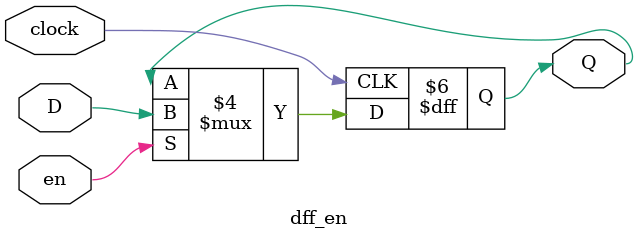
<source format=v>
module debounce(keyBounce,clk,keyDeBounce,repeater);

//макрос для условной компиляции
//если он установлен, то debounce кнопки генерирует сигнал 	  ___/'''\___ EVENT_NEGEDGE_BUTTON
//если он не установлен, то debounce кнопки генерирует сигнал '''\___/''' EVENT_POSEDGE_BUTTON
`define NEGEDGE_BUTTON

input wire keyBounce;
input wire clk;
output wire keyDeBounce;
output wire repeater;

wire clk_en;
wire Q1;
wire Q2;

`ifdef NEGEDGE_BUTTON
	wire Q2Bar;
`endif

clockDiv div(clk,keyBounce,clk_en);
dff_en d1(clk,clk_en,keyBounce,Q1);
dff_en d2(clk,clk_en,Q1,Q2);

assign repeater = keyBounce;

`ifdef NEGEDGE_BUTTON
	assign Q2Bar = ~Q2;
	assign keyDeBounce = Q1 & Q2Bar;
`else
	assign keyDeBounce = ~(~Q1 & Q2);
`endif

endmodule
// Slow clock enable for debouncing button 
module clockDiv(clk,keyBounce, clkEn);
input wire clk;
input wire keyBounce;
output wire clkEn;
localparam MAX	= 16'h0F;
localparam MIN	= 16'h00;
reg [15:0] counter = MIN;
`ifdef NEGEDGE_BUTTON
	always @(posedge clk, negedge keyBounce)
		begin
		if(keyBounce == 0)
			counter <= MIN;
		else
			counter <= (counter>=MAX) ? MIN : counter+1;
		end
		
		assign clkEn = (counter == MAX) ? 1'b1 : 1'b0;
`else
	always @(negedge clk,  posedge keyBounce)
		 begin
		 if(keyBounce == 1)
			  counter <= MIN;
		 else
			  counter <= (counter>=MAX) ? MIN : counter+1;
		 end
		
		 assign clkEn = (counter == MAX) ? 1'b0 : 1'b1;
`endif
endmodule

// D-flip-flop with clock enable signal for debouncing module 
module dff_en(clock, en, D, Q);
input wire clock; 
input wire en;
input wire D;
`ifdef NEGEDGE_BUTTON
	output reg Q = 1'd0;
		always @ (posedge clock)
		begin
			if(en == 1) 
				  Q <= D;
		end
`else
	output reg Q = 1'd1;
		 always @ (negedge clock)
		 begin
			  if(en == 0)
				  Q <= D;
		end
`endif
endmodule 

</source>
